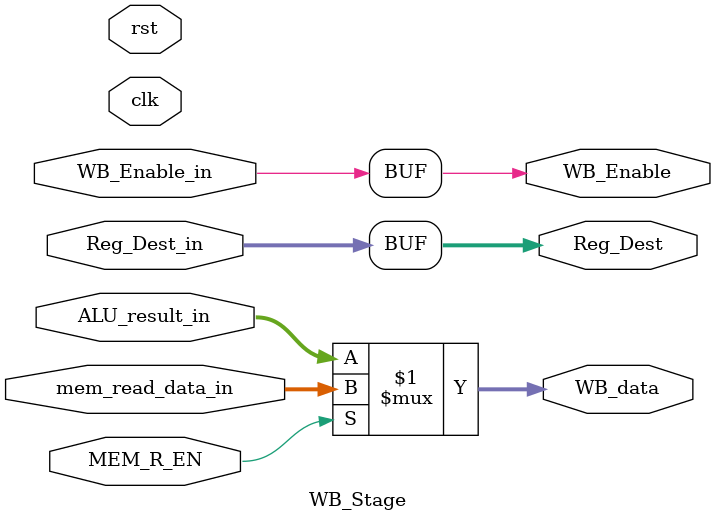
<source format=v>
module WB_Stage(
    input clk, rst, MEM_R_EN, WB_Enable_in,
    input [3 : 0] Reg_Dest_in,
    input [31 : 0] ALU_result_in, mem_read_data_in,
    output WB_Enable,
    output [3 : 0] Reg_Dest,
    output [31 : 0]WB_data
);
    
    assign Reg_Dest = Reg_Dest_in;
    assign WB_Enable = WB_Enable_in;
    assign WB_data = (MEM_R_EN)? mem_read_data_in : ALU_result_in;

endmodule
</source>
